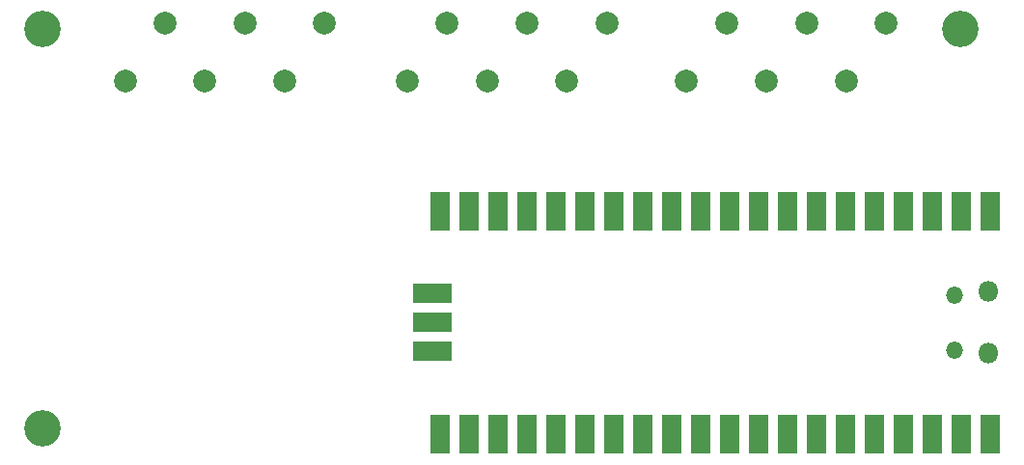
<source format=gbr>
%TF.GenerationSoftware,KiCad,Pcbnew,7.0.8-7.0.8~ubuntu22.04.1*%
%TF.CreationDate,2023-11-05T23:52:12+01:00*%
%TF.ProjectId,door_if4_usb,646f6f72-5f69-4663-945f-7573622e6b69,rev?*%
%TF.SameCoordinates,Original*%
%TF.FileFunction,Soldermask,Bot*%
%TF.FilePolarity,Negative*%
%FSLAX46Y46*%
G04 Gerber Fmt 4.6, Leading zero omitted, Abs format (unit mm)*
G04 Created by KiCad (PCBNEW 7.0.8-7.0.8~ubuntu22.04.1) date 2023-11-05 23:52:12*
%MOMM*%
%LPD*%
G01*
G04 APERTURE LIST*
%ADD10C,2.000000*%
%ADD11C,3.200000*%
%ADD12R,3.500000X1.700000*%
%ADD13R,1.700000X3.500000*%
%ADD14O,1.800000X1.800000*%
%ADD15O,1.500000X1.500000*%
G04 APERTURE END LIST*
D10*
%TO.C,J1*%
X139000000Y-94500000D03*
X135500000Y-99500000D03*
X132000000Y-94500000D03*
X128500000Y-99500000D03*
X125000000Y-94500000D03*
X121500000Y-99500000D03*
%TD*%
D11*
%TO.C,H3*%
X65000000Y-130000000D03*
%TD*%
D10*
%TO.C,J3*%
X89750000Y-94500000D03*
X86250000Y-99500000D03*
X82750000Y-94500000D03*
X79250000Y-99500000D03*
X75750000Y-94500000D03*
X72250000Y-99500000D03*
%TD*%
%TO.C,J2*%
X114500000Y-94500000D03*
X111000000Y-99500000D03*
X107500000Y-94500000D03*
X104000000Y-99500000D03*
X100500000Y-94500000D03*
X97000000Y-99500000D03*
%TD*%
D11*
%TO.C,H1*%
X145500000Y-95000000D03*
%TD*%
%TO.C,H2*%
X65000000Y-95000000D03*
%TD*%
D12*
%TO.C,U1*%
X99200000Y-118185000D03*
X99200000Y-120725000D03*
X99200000Y-123265000D03*
D13*
X148130000Y-110935000D03*
X145590000Y-110935000D03*
X143050000Y-110935000D03*
X140510000Y-110935000D03*
X137970000Y-110935000D03*
X135430000Y-110935000D03*
X132890000Y-110935000D03*
X130350000Y-110935000D03*
X127810000Y-110935000D03*
X125270000Y-110935000D03*
X122730000Y-110935000D03*
X120190000Y-110935000D03*
X117650000Y-110935000D03*
X115110000Y-110935000D03*
X112570000Y-110935000D03*
X110030000Y-110935000D03*
X107490000Y-110935000D03*
X104950000Y-110935000D03*
X102410000Y-110935000D03*
X99870000Y-110935000D03*
X99870000Y-130515000D03*
X102410000Y-130515000D03*
X104950000Y-130515000D03*
X107490000Y-130515000D03*
X110030000Y-130515000D03*
X112570000Y-130515000D03*
X115110000Y-130515000D03*
X117650000Y-130515000D03*
X120190000Y-130515000D03*
X122730000Y-130515000D03*
X125270000Y-130515000D03*
X127810000Y-130515000D03*
X130350000Y-130515000D03*
X132890000Y-130515000D03*
X135430000Y-130515000D03*
X137970000Y-130515000D03*
X140510000Y-130515000D03*
X143050000Y-130515000D03*
X145590000Y-130515000D03*
X148130000Y-130515000D03*
D14*
X148000000Y-118000000D03*
D15*
X144970000Y-118300000D03*
X144970000Y-123150000D03*
D14*
X148000000Y-123450000D03*
%TD*%
M02*

</source>
